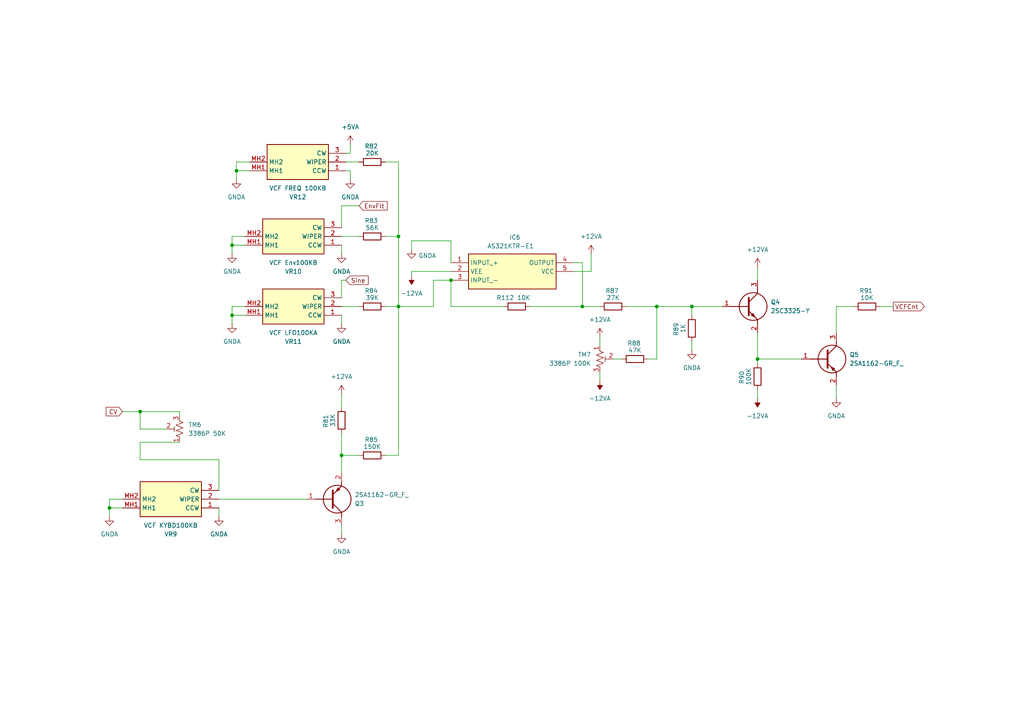
<source format=kicad_sch>
(kicad_sch (version 20250114) (generator "eeschema") (generator_version "9.0")
  (paper "A4")
  (lib_symbols
    (symbol "Device:R" (pin_numbers (hide yes)) (pin_names (offset 0))
      (property "Reference" "R" (at 2.032 0 90))
      (property "Value" "R" (at 0 0 90))
      (symbol "R_0_1"
        (rectangle (start -1.016 -2.54) (end 1.016 2.54) (stroke (width 0.254)))
      )
      (symbol "R_1_1"
        (pin passive line (at 0 3.81 270) (length 1.27) (name "~") (number "1"))
        (pin passive line (at 0 -3.81 90) (length 1.27) (name "~") (number "2"))
      )
    )
    (symbol "Device:R_Potentiometer_Trim_US" (pin_names (offset 1.016) (hide yes))
      (property "Reference" "RV" (at -4.445 0 90))
      (property "Value" "R_Potentiometer_Trim_US" (at -2.54 0 90))
      (symbol "R_Potentiometer_Trim_US_0_1"
        (polyline (pts (xy 0 2.286) (xy 0 2.54)))
        (polyline (pts (xy 0 2.286) (xy 1.016 1.905) (xy 0 1.524) (xy -1.016 1.143) (xy 0 0.762)))
        (polyline (pts (xy 0 0.762) (xy 1.016 0.381) (xy 0 0) (xy -1.016 -0.381) (xy 0 -0.762)))
        (polyline (pts (xy 0 -0.762) (xy 1.016 -1.143) (xy 0 -1.524) (xy -1.016 -1.905) (xy 0 -2.286)))
        (polyline (pts (xy 0 -2.286) (xy 0 -2.54)))
        (polyline (pts (xy 1.524 0.762) (xy 1.524 -0.762)))
        (polyline (pts (xy 2.54 0) (xy 1.524 0)))
      )
      (symbol "R_Potentiometer_Trim_US_1_1"
        (pin passive line (at 0 3.81 270) (length 1.27) (name "1") (number "1"))
        (pin passive line (at 0 -3.81 90) (length 1.27) (name "3") (number "3"))
        (pin passive line (at 3.81 0 180) (length 1.27) (name "2") (number "2"))
      )
    )
    (symbol "SamacSys_Parts:2SA1162-GR_F_" (pin_names (hide yes))
      (property "Reference" "Q" (at 13.97 1.27 0))
      (property "Value" "2SA1162-GR_F_" (at 13.97 -1.27 0))
      (symbol "2SA1162-GR_F__1_1"
        (polyline (pts (xy 2.54 0) (xy 7.62 0)) (stroke (width 0.254)))
        (polyline (pts (xy 7.62 2.54) (xy 7.62 -2.54)) (stroke (width 0.508)))
        (polyline (pts (xy 7.62 1.27) (xy 10.16 3.81)) (stroke (width 0.254)))
        (polyline (pts (xy 7.62 -1.27) (xy 10.16 -3.81)) (stroke (width 0.254)))
        (circle (center 8.89 0) (radius 4.016) (stroke (width 0.254)))
        (polyline (pts (xy 9.652 -2.794) (xy 9.144 -3.302) (xy 8.636 -2.286) (xy 9.652 -2.794)) (stroke (width 0.254)) (fill (type outline)))
        (polyline (pts (xy 10.16 3.81) (xy 10.16 5.08)) (stroke (width 0.254)))
        (polyline (pts (xy 10.16 -3.81) (xy 10.16 -5.08)) (stroke (width 0.254)))
        (pin passive line (at 0 0 0) (length 2.54) (name "B") (number "1"))
        (pin passive line (at 10.16 7.62 270) (length 2.54) (name "C") (number "3"))
        (pin passive line (at 10.16 -7.62 90) (length 2.54) (name "E") (number "2"))
      )
    )
    (symbol "SamacSys_Parts:2SC3325-Y" (pin_names (hide yes))
      (property "Reference" "Q" (at 13.97 1.27 0))
      (property "Value" "2SC3325-Y" (at 13.97 -1.27 0))
      (symbol "2SC3325-Y_1_1"
        (polyline (pts (xy 2.54 0) (xy 7.62 0)) (stroke (width 0.254)))
        (polyline (pts (xy 7.62 2.54) (xy 7.62 -2.54)) (stroke (width 0.508)))
        (polyline (pts (xy 7.62 1.27) (xy 10.16 3.81)) (stroke (width 0.254)))
        (polyline (pts (xy 7.62 -1.27) (xy 10.16 -3.81)) (stroke (width 0.254)))
        (polyline (pts (xy 8.382 -2.54) (xy 8.89 -2.032) (xy 9.398 -3.048) (xy 8.382 -2.54)) (stroke (width 0.254)) (fill (type outline)))
        (circle (center 8.89 0) (radius 4.016) (stroke (width 0.254)))
        (polyline (pts (xy 10.16 3.81) (xy 10.16 5.08)) (stroke (width 0.254)))
        (polyline (pts (xy 10.16 -3.81) (xy 10.16 -5.08)) (stroke (width 0.254)))
        (pin passive line (at 0 0 0) (length 2.54) (name "B") (number "1"))
        (pin passive line (at 10.16 7.62 270) (length 2.54) (name "C") (number "3"))
        (pin passive line (at 10.16 -7.62 90) (length 2.54) (name "E") (number "2"))
      )
    )
    (symbol "SamacSys_Parts:AS321KTR-E1"
      (property "Reference" "D" (at 31.75 7.62 0))
      (property "Value" "AS321KTR-E1" (at 31.75 5.08 0))
      (symbol "AS321KTR-E1_1_1"
        (rectangle (start 5.08 2.54) (end 30.48 -7.62) (stroke (width 0.254)) (fill (type background)))
        (pin passive line (at 0 0 0) (length 5.08) (name "INPUT_+") (number "1"))
        (pin passive line (at 0 -2.54 0) (length 5.08) (name "VEE") (number "2"))
        (pin passive line (at 0 -5.08 0) (length 5.08) (name "INPUT_-") (number "3"))
        (pin passive line (at 35.56 0 180) (length 5.08) (name "OUTPUT") (number "4"))
        (pin passive line (at 35.56 -2.54 180) (length 5.08) (name "VCC") (number "5"))
      )
    )
    (symbol "SamacSys_Parts:RK09D117000B"
      (property "Reference" "VR" (at 24.13 7.62 0))
      (property "Value" "RK09D117000B" (at 24.13 5.08 0))
      (symbol "RK09D117000B_1_1"
        (rectangle (start 5.08 2.54) (end 22.86 -7.62) (stroke (width 0.254)) (fill (type background)))
        (pin passive line (at 0 0 0) (length 5.08) (name "CCW") (number "1"))
        (pin passive line (at 0 -2.54 0) (length 5.08) (name "WIPER") (number "2"))
        (pin passive line (at 0 -5.08 0) (length 5.08) (name "CW") (number "3"))
        (pin passive line (at 27.94 0 180) (length 5.08) (name "MH1") (number "MH1"))
        (pin passive line (at 27.94 -2.54 180) (length 5.08) (name "MH2") (number "MH2"))
      )
    )
    (symbol "power:+12VA" (power) (pin_numbers (hide yes)) (pin_names (offset 0) (hide yes))
      (property "Value" "+12VA" (at 0 3.556 0))
      (symbol "+12VA_0_1"
        (polyline (pts (xy -0.762 1.27) (xy 0 2.54)))
        (polyline (pts (xy 0 2.54) (xy 0.762 1.27)))
        (polyline (pts (xy 0 0) (xy 0 2.54)))
      )
      (symbol "+12VA_1_1"
        (pin power_in line (at 0 0 90) (length 0) (name "~") (number "1"))
      )
    )
    (symbol "power:+5VA" (power) (pin_numbers (hide yes)) (pin_names (offset 0) (hide yes))
      (property "Value" "+5VA" (at 0 3.556 0))
      (symbol "+5VA_0_1"
        (polyline (pts (xy -0.762 1.27) (xy 0 2.54)))
        (polyline (pts (xy 0 2.54) (xy 0.762 1.27)))
        (polyline (pts (xy 0 0) (xy 0 2.54)))
      )
      (symbol "+5VA_1_1"
        (pin power_in line (at 0 0 90) (length 0) (name "~") (number "1"))
      )
    )
    (symbol "power:-12VA" (power) (pin_numbers (hide yes)) (pin_names (offset 0) (hide yes))
      (property "Value" "-12VA" (at 0 3.556 0))
      (symbol "-12VA_0_0"
        (pin power_in line (at 0 0 90) (length 0) (name "~") (number "1"))
      )
      (symbol "-12VA_0_1"
        (polyline (pts (xy 0 0) (xy 0 1.27) (xy 0.762 1.27) (xy 0 2.54) (xy -0.762 1.27) (xy 0 1.27)) (fill (type outline)))
      )
    )
    (symbol "power:GNDA" (power) (pin_numbers (hide yes)) (pin_names (offset 0) (hide yes))
      (property "Value" "GNDA" (at 0 -3.81 0))
      (symbol "GNDA_0_1"
        (polyline (pts (xy 0 0) (xy 0 -1.27) (xy 1.27 -1.27) (xy 0 -2.54) (xy -1.27 -1.27) (xy 0 -1.27)))
      )
      (symbol "GNDA_1_1"
        (pin power_in line (at 0 0 270) (length 0) (name "~") (number "1"))
      )
    )
  )
  (junction (at 219.71 104.14))
  (junction (at 168.91 88.9))
  (junction (at 115.57 88.9))
  (junction (at 31.75 147.32))
  (junction (at 67.31 91.44))
  (junction (at 190.5 88.9))
  (junction (at 200.66 88.9))
  (junction (at 115.57 68.58))
  (junction (at 130.81 81.28))
  (junction (at 40.64 119.38))
  (junction (at 68.58 49.53))
  (junction (at 99.06 132.08))
  (junction (at 67.31 71.12))
  (wire (pts (xy 130.81 78.74) (xy 119.38 78.74)))
  (wire (pts (xy 67.31 88.9) (xy 67.31 91.44)))
  (wire (pts (xy 101.6 44.45) (xy 100.33 44.45)))
  (wire (pts (xy 68.58 46.99) (xy 68.58 49.53)))
  (wire (pts (xy 200.66 88.9) (xy 200.66 91.44)))
  (wire (pts (xy 68.58 49.53) (xy 68.58 52.07)))
  (wire (pts (xy 190.5 104.14) (xy 190.5 88.9)))
  (wire (pts (xy 68.58 49.53) (xy 72.39 49.53)))
  (wire (pts (xy 190.5 88.9) (xy 200.66 88.9)))
  (wire (pts (xy 99.06 132.08) (xy 104.14 132.08)))
  (wire (pts (xy 111.76 68.58) (xy 115.57 68.58)))
  (wire (pts (xy 31.75 147.32) (xy 35.56 147.32)))
  (wire (pts (xy 99.06 152.4) (xy 99.06 154.94)))
  (wire (pts (xy 71.12 68.58) (xy 67.31 68.58)))
  (wire (pts (xy 63.5 144.78) (xy 88.9 144.78)))
  (wire (pts (xy 40.64 119.38) (xy 52.07 119.38)))
  (wire (pts (xy 119.38 69.85) (xy 119.38 72.39)))
  (wire (pts (xy 99.06 114.3) (xy 99.06 118.11)))
  (wire (pts (xy 168.91 88.9) (xy 173.99 88.9)))
  (wire (pts (xy 111.76 132.08) (xy 115.57 132.08)))
  (wire (pts (xy 146.05 88.9) (xy 130.81 88.9)))
  (wire (pts (xy 40.64 128.27) (xy 40.64 133.35)))
  (wire (pts (xy 67.31 71.12) (xy 67.31 73.66)))
  (wire (pts (xy 166.37 76.2) (xy 168.91 76.2)))
  (wire (pts (xy 130.81 69.85) (xy 130.81 76.2)))
  (wire (pts (xy 99.06 68.58) (xy 104.14 68.58)))
  (wire (pts (xy 219.71 113.03) (xy 219.71 115.57)))
  (wire (pts (xy 100.33 81.28) (xy 99.06 81.28)))
  (wire (pts (xy 125.73 81.28) (xy 130.81 81.28)))
  (wire (pts (xy 72.39 46.99) (xy 68.58 46.99)))
  (wire (pts (xy 100.33 49.53) (xy 101.6 49.53)))
  (wire (pts (xy 168.91 76.2) (xy 168.91 88.9)))
  (wire (pts (xy 52.07 120.65) (xy 52.07 119.38)))
  (wire (pts (xy 99.06 73.66) (xy 99.06 71.12)))
  (wire (pts (xy 115.57 88.9) (xy 125.73 88.9)))
  (wire (pts (xy 171.45 78.74) (xy 166.37 78.74)))
  (wire (pts (xy 48.26 124.46) (xy 40.64 124.46)))
  (wire (pts (xy 99.06 93.98) (xy 99.06 91.44)))
  (wire (pts (xy 99.06 132.08) (xy 99.06 137.16)))
  (wire (pts (xy 35.56 119.38) (xy 40.64 119.38)))
  (wire (pts (xy 255.27 88.9) (xy 259.08 88.9)))
  (wire (pts (xy 200.66 88.9) (xy 209.55 88.9)))
  (wire (pts (xy 190.5 88.9) (xy 181.61 88.9)))
  (wire (pts (xy 219.71 77.47) (xy 219.71 81.28)))
  (wire (pts (xy 187.96 104.14) (xy 190.5 104.14)))
  (wire (pts (xy 242.57 96.52) (xy 242.57 88.9)))
  (wire (pts (xy 99.06 59.69) (xy 104.14 59.69)))
  (wire (pts (xy 100.33 46.99) (xy 104.14 46.99)))
  (wire (pts (xy 173.99 107.95) (xy 173.99 110.49)))
  (wire (pts (xy 31.75 144.78) (xy 31.75 147.32)))
  (wire (pts (xy 130.81 88.9) (xy 130.81 81.28)))
  (wire (pts (xy 115.57 132.08) (xy 115.57 88.9)))
  (wire (pts (xy 173.99 97.79) (xy 173.99 100.33)))
  (wire (pts (xy 219.71 104.14) (xy 232.41 104.14)))
  (wire (pts (xy 71.12 88.9) (xy 67.31 88.9)))
  (wire (pts (xy 168.91 88.9) (xy 153.67 88.9)))
  (wire (pts (xy 67.31 68.58) (xy 67.31 71.12)))
  (wire (pts (xy 242.57 111.76) (xy 242.57 115.57)))
  (wire (pts (xy 219.71 96.52) (xy 219.71 104.14)))
  (wire (pts (xy 31.75 147.32) (xy 31.75 149.86)))
  (wire (pts (xy 177.8 104.14) (xy 180.34 104.14)))
  (wire (pts (xy 63.5 149.86) (xy 63.5 147.32)))
  (wire (pts (xy 99.06 59.69) (xy 99.06 66.04)))
  (wire (pts (xy 40.64 133.35) (xy 63.5 133.35)))
  (wire (pts (xy 101.6 49.53) (xy 101.6 52.07)))
  (wire (pts (xy 40.64 128.27) (xy 52.07 128.27)))
  (wire (pts (xy 111.76 46.99) (xy 115.57 46.99)))
  (wire (pts (xy 130.81 69.85) (xy 119.38 69.85)))
  (wire (pts (xy 119.38 78.74) (xy 119.38 80.01)))
  (wire (pts (xy 99.06 88.9) (xy 104.14 88.9)))
  (wire (pts (xy 40.64 124.46) (xy 40.64 119.38)))
  (wire (pts (xy 63.5 133.35) (xy 63.5 142.24)))
  (wire (pts (xy 219.71 104.14) (xy 219.71 105.41)))
  (wire (pts (xy 67.31 91.44) (xy 71.12 91.44)))
  (wire (pts (xy 67.31 91.44) (xy 67.31 93.98)))
  (wire (pts (xy 125.73 88.9) (xy 125.73 81.28)))
  (wire (pts (xy 99.06 81.28) (xy 99.06 86.36)))
  (wire (pts (xy 101.6 41.91) (xy 101.6 44.45)))
  (wire (pts (xy 242.57 88.9) (xy 247.65 88.9)))
  (wire (pts (xy 200.66 99.06) (xy 200.66 101.6)))
  (wire (pts (xy 35.56 144.78) (xy 31.75 144.78)))
  (wire (pts (xy 115.57 46.99) (xy 115.57 68.58)))
  (wire (pts (xy 115.57 68.58) (xy 115.57 88.9)))
  (wire (pts (xy 171.45 73.66) (xy 171.45 78.74)))
  (wire (pts (xy 99.06 125.73) (xy 99.06 132.08)))
  (wire (pts (xy 67.31 71.12) (xy 71.12 71.12)))
  (wire (pts (xy 111.76 88.9) (xy 115.57 88.9)))
  (global_label "VCFCnt" (shape output) (at 259.08 88.9 0) (property "Intersheetrefs" "${INTERSHEET_REFS}" (effects (hide yes))))
  (global_label "EnvFlt" (shape input) (at 104.14 59.69 0) (property "Intersheetrefs" "${INTERSHEET_REFS}" (effects (hide yes))))
  (global_label "Sine" (shape input) (at 100.33 81.28 0) (property "Intersheetrefs" "${INTERSHEET_REFS}" (effects (hide yes))))
  (global_label "CV" (shape input) (at 35.56 119.38 180) (property "Intersheetrefs" "${INTERSHEET_REFS}" (effects (hide yes))))
  (symbol (lib_id "power:GNDA") (at 99.06 93.98 0) (unit 1)
    (property "Reference" "#PWR0113" (effects (hide yes)))
    (property "Value" "GNDA" (at 99.06 99.06 0))
    (property "Description" "Power symbol creates a global label with name \"GNDA\" , analog ground" (effects (hide yes)))
  )
  (symbol (lib_id "power:GNDA") (at 99.06 73.66 0) (unit 1)
    (property "Reference" "#PWR0112" (effects (hide yes)))
    (property "Value" "GNDA" (at 99.06 78.74 0))
    (property "Description" "Power symbol creates a global label with name \"GNDA\" , analog ground" (effects (hide yes)))
  )
  (symbol (lib_id "Device:R_Potentiometer_Trim_US") (at 173.99 104.14 0) (unit 1)
    (property "Reference" "TM7" (at 171.45 102.8699 0) (effects (justify right)))
    (property "Value" "3386P 100K" (at 171.45 105.4099 0) (effects (justify right)))
    (property "Footprint" "Potentiometer_THT:Potentiometer_Bourns_3386P_Vertical" (effects (hide yes)))
    (property "Description" "Trim-potentiometer, US symbol" (effects (hide yes)))
  )
  (symbol (lib_id "Device:R") (at 251.46 88.9 90) (unit 1)
    (property "Reference" "R91" (at 251.206 84.328 90))
    (property "Value" "10K" (at 251.46 86.36 90))
    (property "Footprint" "Resistor_THT:R_Axial_DIN0207_L6.3mm_D2.5mm_P2.54mm_Vertical" (effects (hide yes)))
    (property "Description" "Resistor" (effects (hide yes)))
  )
  (symbol (lib_id "power:GNDA") (at 31.75 149.86 0) (unit 1)
    (property "Reference" "#PWR0107" (effects (hide yes)))
    (property "Value" "GNDA" (at 31.75 154.94 0))
    (property "Description" "Power symbol creates a global label with name \"GNDA\" , analog ground" (effects (hide yes)))
  )
  (symbol (lib_id "power:GNDA") (at 63.5 149.86 0) (unit 1)
    (property "Reference" "#PWR0108" (effects (hide yes)))
    (property "Value" "GNDA" (at 63.5 154.94 0))
    (property "Description" "Power symbol creates a global label with name \"GNDA\" , analog ground" (effects (hide yes)))
  )
  (symbol (lib_id "Device:R") (at 177.8 88.9 90) (unit 1)
    (property "Reference" "R87" (at 177.546 84.328 90))
    (property "Value" "27K" (at 177.8 86.36 90))
    (property "Footprint" "Resistor_THT:R_Axial_DIN0207_L6.3mm_D2.5mm_P2.54mm_Vertical" (effects (hide yes)))
    (property "Description" "Resistor" (effects (hide yes)))
  )
  (symbol (lib_id "SamacSys_Parts:RK09D117000B") (at 63.5 147.32 180) (unit 1)
    (property "Reference" "VR9" (at 49.53 154.94 0))
    (property "Value" "VCF KYBD100KB" (at 49.53 152.4 0))
    (property "Footprint" "SamacSys_parts:RK09D117000B" (effects (hide yes)))
    (property "Datasheet" "https://tech.alpsalpine.com/prod/j/html/potentiometer/rotarypotentiometers/rk09k/rk09d117000b.html" (effects (hide yes)))
    (property "Description" "9-inch insulated shaft snap-in type RK09K/RK09D series" (effects (hide yes)))
    (property "Height" "30" (effects (hide yes)))
    (property "Manufacturer_Name" "ALPS Electric" (effects (hide yes)))
    (property "Manufacturer_Part_Number" "RK09D117000B" (effects (hide yes)))
    (property "Mouser Part Number" "688-RK09D117000B" (effects (hide yes)))
    (property "Mouser Price/Stock" "https://www.mouser.co.uk/ProductDetail/Alps-Alpine/RK09D117000B?qs=3cOf6TWd2rbc67829PEbEQ%3D%3D" (effects (hide yes)))
  )
  (symbol (lib_id "Device:R") (at 200.66 95.25 180) (unit 1)
    (property "Reference" "R89" (at 196.088 95.504 90))
    (property "Value" "1K" (at 198.12 95.25 90))
    (property "Footprint" "Resistor_THT:R_Axial_DIN0207_L6.3mm_D2.5mm_P2.54mm_Vertical" (effects (hide yes)))
    (property "Description" "Resistor" (effects (hide yes)))
  )
  (symbol (lib_id "SamacSys_Parts:2SA1162-GR_F_") (at 232.41 104.14 0) (unit 1)
    (property "Reference" "Q5" (at 246.38 102.8699 0) (effects (justify left)))
    (property "Value" "2SA1162-GR_F_" (at 246.38 105.4099 0) (effects (justify left)))
    (property "Footprint" "SamacSys_parts:1SS294LFT" (effects (hide yes)))
    (property "Datasheet" "https://toshiba.semicon-storage.com/ap-en/product/bipolar-transistor/bipolar-transistor/detail.2SA1162.html" (effects (hide yes)))
    (property "Description" "Transistor Toshiba 2SA1162-GR(F) PNP Bipolar Transistor, 0.15 A, 50 V, 3-Pin SC-59" (effects (hide yes)))
    (property "Height" "1.4" (effects (hide yes)))
    (property "Manufacturer_Name" "Toshiba" (effects (hide yes)))
    (property "Manufacturer_Part_Number" "2SA1162-GR(F)" (effects (hide yes)))
  )
  (symbol (lib_id "power:-12VA") (at 219.71 115.57 180) (unit 1)
    (property "Reference" "#PWR0124" (effects (hide yes)))
    (property "Value" "-12VA" (at 219.71 120.65 0))
    (property "Description" "Power symbol creates a global label with name \"-12VA\"" (effects (hide yes)))
  )
  (symbol (lib_id "Device:R") (at 107.95 88.9 90) (unit 1)
    (property "Reference" "R84" (at 107.696 84.328 90))
    (property "Value" "39K" (at 107.95 86.36 90))
    (property "Footprint" "Resistor_THT:R_Axial_DIN0207_L6.3mm_D2.5mm_P2.54mm_Vertical" (effects (hide yes)))
    (property "Description" "Resistor" (effects (hide yes)))
  )
  (symbol (lib_id "SamacSys_Parts:RK09D117000B") (at 99.06 91.44 180) (unit 1)
    (property "Reference" "VR11" (at 85.09 99.06 0))
    (property "Value" "VCF LFO100KA" (at 85.09 96.52 0))
    (property "Footprint" "SamacSys_parts:RK09D117000B" (effects (hide yes)))
    (property "Datasheet" "https://tech.alpsalpine.com/prod/j/html/potentiometer/rotarypotentiometers/rk09k/rk09d117000b.html" (effects (hide yes)))
    (property "Description" "9-inch insulated shaft snap-in type RK09K/RK09D series" (effects (hide yes)))
    (property "Height" "30" (effects (hide yes)))
    (property "Manufacturer_Name" "ALPS Electric" (effects (hide yes)))
    (property "Manufacturer_Part_Number" "RK09D117000B" (effects (hide yes)))
    (property "Mouser Part Number" "688-RK09D117000B" (effects (hide yes)))
    (property "Mouser Price/Stock" "https://www.mouser.co.uk/ProductDetail/Alps-Alpine/RK09D117000B?qs=3cOf6TWd2rbc67829PEbEQ%3D%3D" (effects (hide yes)))
  )
  (symbol (lib_id "power:GNDA") (at 101.6 52.07 0) (unit 1)
    (property "Reference" "#PWR0117" (effects (hide yes)))
    (property "Value" "GNDA" (at 101.6 57.15 0))
    (property "Description" "Power symbol creates a global label with name \"GNDA\" , analog ground" (effects (hide yes)))
  )
  (symbol (lib_id "power:+12VA") (at 173.99 97.79 0) (unit 1)
    (property "Reference" "#PWR0120" (effects (hide yes)))
    (property "Value" "+12VA" (at 173.99 92.71 0))
    (property "Description" "Power symbol creates a global label with name \"+12VA\"" (effects (hide yes)))
  )
  (symbol (lib_id "Device:R") (at 149.86 88.9 90) (unit 1)
    (property "Reference" "R112" (at 146.558 86.36 90))
    (property "Value" "10K" (at 151.892 86.36 90))
    (property "Footprint" "Resistor_THT:R_Axial_DIN0207_L6.3mm_D2.5mm_P2.54mm_Vertical" (effects (hide yes)))
    (property "Description" "Resistor" (effects (hide yes)))
  )
  (symbol (lib_id "power:GNDA") (at 68.58 52.07 0) (unit 1)
    (property "Reference" "#PWR0111" (effects (hide yes)))
    (property "Value" "GNDA" (at 68.58 57.15 0))
    (property "Description" "Power symbol creates a global label with name \"GNDA\" , analog ground" (effects (hide yes)))
  )
  (symbol (lib_id "power:GNDA") (at 67.31 73.66 0) (unit 1)
    (property "Reference" "#PWR0109" (effects (hide yes)))
    (property "Value" "GNDA" (at 67.31 78.74 0))
    (property "Description" "Power symbol creates a global label with name \"GNDA\" , analog ground" (effects (hide yes)))
  )
  (symbol (lib_id "Device:R") (at 99.06 121.92 180) (unit 1)
    (property "Reference" "R81" (at 94.488 122.174 90))
    (property "Value" "33K" (at 96.52 121.92 90))
    (property "Footprint" "Resistor_THT:R_Axial_DIN0207_L6.3mm_D2.5mm_P2.54mm_Vertical" (effects (hide yes)))
    (property "Description" "Resistor" (effects (hide yes)))
  )
  (symbol (lib_id "power:+12VA") (at 99.06 114.3 0) (unit 1)
    (property "Reference" "#PWR0114" (effects (hide yes)))
    (property "Value" "+12VA" (at 99.06 109.22 0))
    (property "Description" "Power symbol creates a global label with name \"+12VA\"" (effects (hide yes)))
  )
  (symbol (lib_id "power:GNDA") (at 200.66 101.6 0) (unit 1)
    (property "Reference" "#PWR0122" (effects (hide yes)))
    (property "Value" "GNDA" (at 200.66 106.68 0))
    (property "Description" "Power symbol creates a global label with name \"GNDA\" , analog ground" (effects (hide yes)))
  )
  (symbol (lib_id "SamacSys_Parts:AS321KTR-E1") (at 130.81 76.2 0) (unit 1)
    (property "Reference" "IC6" (at 149.352 68.834 0))
    (property "Value" "AS321KTR-E1" (at 148.082 71.374 0))
    (property "Footprint" "SamacSys_parts:SOT95P282X145-5N" (effects (hide yes)))
    (property "Datasheet" "https://www.diodes.com//assets/Datasheets/AS321.pdf" (effects (hide yes)))
    (property "Description" "Excellent Phase Margin: 60 deg.  Large Voltage Gain: 100dB (Typical)  Low Input Bias Current: 20nA (Typical)  Low Input Offset Voltage: 2mV (Typical)  Low Supply Current: 0.35mA at VCC = 5V  Wide Power Supply Voltage:  Single Supply: 3V to 36V  Dual Supplies: +/-1.5V to +/-18V  Wide Input Common Mode Voltage Range: 0V to VCC-1.5V  Lead-Free Packages: SOT25  Totally Lead-Free; RoHS Compliant (Notes 1 & 2)  Lead-Free Packages, Available in Green Molding Compound: SOT25  Totally Lead-F" (effects (hide yes)))
    (property "Height" "1.45" (effects (hide yes)))
    (property "Manufacturer_Name" "Diodes Incorporated" (effects (hide yes)))
    (property "Manufacturer_Part_Number" "AS321KTR-E1" (effects (hide yes)))
    (property "Mouser Part Number" "621-AS321KTR-E1" (effects (hide yes)))
    (property "Mouser Price/Stock" "https://www.mouser.co.uk/ProductDetail/Diodes-Incorporated/AS321KTR-E1?qs=5V6w%252Be2aIqbJH6DETpx4Lw%3D%3D" (effects (hide yes)))
    (property "Arrow Part Number" "AS321KTR-E1" (effects (hide yes)))
    (property "Arrow Price/Stock" "https://www.arrow.com/en/products/as321ktr-e1/diodes-incorporated?region=nac" (effects (hide yes)))
  )
  (symbol (lib_id "Device:R") (at 107.95 68.58 90) (unit 1)
    (property "Reference" "R83" (at 107.696 64.008 90))
    (property "Value" "56K" (at 107.95 66.04 90))
    (property "Footprint" "Resistor_THT:R_Axial_DIN0207_L6.3mm_D2.5mm_P2.54mm_Vertical" (effects (hide yes)))
    (property "Description" "Resistor" (effects (hide yes)))
  )
  (symbol (lib_id "power:-12VA") (at 119.38 80.01 180) (unit 1)
    (property "Reference" "#PWR068" (effects (hide yes)))
    (property "Value" "-12VA" (at 119.38 85.09 0))
    (property "Description" "Power symbol creates a global label with name \"-12VA\"" (effects (hide yes)))
  )
  (symbol (lib_id "power:GNDA") (at 119.38 72.39 0) (unit 1)
    (property "Reference" "#PWR0148" (effects (hide yes)))
    (property "Value" "GNDA" (at 123.952 74.168 0))
    (property "Description" "Power symbol creates a global label with name \"GNDA\" , analog ground" (effects (hide yes)))
  )
  (symbol (lib_id "power:GNDA") (at 99.06 154.94 0) (unit 1)
    (property "Reference" "#PWR0115" (effects (hide yes)))
    (property "Value" "GNDA" (at 99.06 160.02 0))
    (property "Description" "Power symbol creates a global label with name \"GNDA\" , analog ground" (effects (hide yes)))
  )
  (symbol (lib_id "SamacSys_Parts:RK09D117000B") (at 100.33 49.53 180) (unit 1)
    (property "Reference" "VR12" (at 86.36 57.15 0))
    (property "Value" "VCF FREQ 100KB" (at 86.36 54.61 0))
    (property "Footprint" "SamacSys_parts:RK09D117000B" (effects (hide yes)))
    (property "Datasheet" "https://tech.alpsalpine.com/prod/j/html/potentiometer/rotarypotentiometers/rk09k/rk09d117000b.html" (effects (hide yes)))
    (property "Description" "9-inch insulated shaft snap-in type RK09K/RK09D series" (effects (hide yes)))
    (property "Height" "30" (effects (hide yes)))
    (property "Manufacturer_Name" "ALPS Electric" (effects (hide yes)))
    (property "Manufacturer_Part_Number" "RK09D117000B" (effects (hide yes)))
    (property "Mouser Part Number" "688-RK09D117000B" (effects (hide yes)))
    (property "Mouser Price/Stock" "https://www.mouser.co.uk/ProductDetail/Alps-Alpine/RK09D117000B?qs=3cOf6TWd2rbc67829PEbEQ%3D%3D" (effects (hide yes)))
  )
  (symbol (lib_id "Device:R") (at 107.95 46.99 90) (unit 1)
    (property "Reference" "R82" (at 107.696 42.418 90))
    (property "Value" "20K" (at 107.95 44.45 90))
    (property "Footprint" "Resistor_THT:R_Axial_DIN0207_L6.3mm_D2.5mm_P2.54mm_Vertical" (effects (hide yes)))
    (property "Description" "Resistor" (effects (hide yes)))
  )
  (symbol (lib_id "Device:R") (at 219.71 109.22 180) (unit 1)
    (property "Reference" "R90" (at 215.138 109.474 90))
    (property "Value" "100K" (at 217.17 109.22 90))
    (property "Footprint" "Resistor_THT:R_Axial_DIN0207_L6.3mm_D2.5mm_P2.54mm_Vertical" (effects (hide yes)))
    (property "Description" "Resistor" (effects (hide yes)))
  )
  (symbol (lib_id "SamacSys_Parts:RK09D117000B") (at 99.06 71.12 180) (unit 1)
    (property "Reference" "VR10" (at 85.09 78.74 0))
    (property "Value" "VCF Env100KB" (at 85.09 76.2 0))
    (property "Footprint" "SamacSys_parts:RK09D117000B" (effects (hide yes)))
    (property "Datasheet" "https://tech.alpsalpine.com/prod/j/html/potentiometer/rotarypotentiometers/rk09k/rk09d117000b.html" (effects (hide yes)))
    (property "Description" "9-inch insulated shaft snap-in type RK09K/RK09D series" (effects (hide yes)))
    (property "Height" "30" (effects (hide yes)))
    (property "Manufacturer_Name" "ALPS Electric" (effects (hide yes)))
    (property "Manufacturer_Part_Number" "RK09D117000B" (effects (hide yes)))
    (property "Mouser Part Number" "688-RK09D117000B" (effects (hide yes)))
    (property "Mouser Price/Stock" "https://www.mouser.co.uk/ProductDetail/Alps-Alpine/RK09D117000B?qs=3cOf6TWd2rbc67829PEbEQ%3D%3D" (effects (hide yes)))
  )
  (symbol (lib_id "Device:R") (at 184.15 104.14 90) (unit 1)
    (property "Reference" "R88" (at 183.896 99.568 90))
    (property "Value" "47K" (at 184.15 101.6 90))
    (property "Footprint" "Resistor_THT:R_Axial_DIN0207_L6.3mm_D2.5mm_P2.54mm_Vertical" (effects (hide yes)))
    (property "Description" "Resistor" (effects (hide yes)))
  )
  (symbol (lib_id "power:-12VA") (at 173.99 110.49 180) (unit 1)
    (property "Reference" "#PWR0121" (effects (hide yes)))
    (property "Value" "-12VA" (at 173.99 115.57 0))
    (property "Description" "Power symbol creates a global label with name \"-12VA\"" (effects (hide yes)))
  )
  (symbol (lib_id "power:+5VA") (at 101.6 41.91 0) (unit 1)
    (property "Reference" "#PWR0116" (effects (hide yes)))
    (property "Value" "+5VA" (at 101.6 36.83 0))
    (property "Description" "Power symbol creates a global label with name \"+5VA\"" (effects (hide yes)))
  )
  (symbol (lib_id "power:GNDA") (at 242.57 115.57 0) (unit 1)
    (property "Reference" "#PWR0125" (effects (hide yes)))
    (property "Value" "GNDA" (at 242.57 120.65 0))
    (property "Description" "Power symbol creates a global label with name \"GNDA\" , analog ground" (effects (hide yes)))
  )
  (symbol (lib_id "SamacSys_Parts:2SC3325-Y") (at 209.55 88.9 0) (unit 1)
    (property "Reference" "Q4" (at 223.52 87.6299 0) (effects (justify left)))
    (property "Value" "2SC3325-Y" (at 223.52 90.1699 0) (effects (justify left)))
    (property "Footprint" "SamacSys_parts:2SC3325YLF" (effects (hide yes)))
    (property "Datasheet" "https://toshiba.semicon-storage.com/info/docget.jsp?did=19247&prodName=2SC3325" (effects (hide yes)))
    (property "Description" "Transistor for low frequency small-signal amplification" (effects (hide yes)))
    (property "Height" "1" (effects (hide yes)))
    (property "Manufacturer_Name" "Toshiba" (effects (hide yes)))
    (property "Manufacturer_Part_Number" "2SC3325-Y" (effects (hide yes)))
  )
  (symbol (lib_id "power:GNDA") (at 67.31 93.98 0) (unit 1)
    (property "Reference" "#PWR0110" (effects (hide yes)))
    (property "Value" "GNDA" (at 67.31 99.06 0))
    (property "Description" "Power symbol creates a global label with name \"GNDA\" , analog ground" (effects (hide yes)))
  )
  (symbol (lib_id "Device:R") (at 107.95 132.08 90) (unit 1)
    (property "Reference" "R85" (at 107.696 127.508 90))
    (property "Value" "150K" (at 107.95 129.54 90))
    (property "Footprint" "Resistor_THT:R_Axial_DIN0207_L6.3mm_D2.5mm_P2.54mm_Vertical" (effects (hide yes)))
    (property "Description" "Resistor" (effects (hide yes)))
  )
  (symbol (lib_id "SamacSys_Parts:2SA1162-GR_F_") (at 88.9 144.78 0) (mirror x) (unit 1)
    (property "Reference" "Q3" (at 102.87 146.0501 0) (effects (justify left)))
    (property "Value" "2SA1162-GR_F_" (at 102.87 143.5101 0) (effects (justify left)))
    (property "Footprint" "SamacSys_parts:1SS294LFT" (effects (hide yes)))
    (property "Datasheet" "https://toshiba.semicon-storage.com/ap-en/product/bipolar-transistor/bipolar-transistor/detail.2SA1162.html" (effects (hide yes)))
    (property "Description" "Transistor Toshiba 2SA1162-GR(F) PNP Bipolar Transistor, 0.15 A, 50 V, 3-Pin SC-59" (effects (hide yes)))
    (property "Height" "1.4" (effects (hide yes)))
    (property "Manufacturer_Name" "Toshiba" (effects (hide yes)))
    (property "Manufacturer_Part_Number" "2SA1162-GR(F)" (effects (hide yes)))
  )
  (symbol (lib_id "power:+12VA") (at 171.45 73.66 0) (unit 1)
    (property "Reference" "#PWR0147" (effects (hide yes)))
    (property "Value" "+12VA" (at 171.45 68.58 0))
    (property "Description" "Power symbol creates a global label with name \"+12VA\"" (effects (hide yes)))
  )
  (symbol (lib_id "power:+12VA") (at 219.71 77.47 0) (unit 1)
    (property "Reference" "#PWR0123" (effects (hide yes)))
    (property "Value" "+12VA" (at 219.71 72.39 0))
    (property "Description" "Power symbol creates a global label with name \"+12VA\"" (effects (hide yes)))
  )
  (symbol (lib_id "Device:R_Potentiometer_Trim_US") (at 52.07 124.46 180) (unit 1)
    (property "Reference" "TM6" (at 54.61 123.1899 0) (effects (justify right)))
    (property "Value" "3386P 50K" (at 54.61 125.7299 0) (effects (justify right)))
    (property "Footprint" "Potentiometer_THT:Potentiometer_Bourns_3386P_Vertical" (effects (hide yes)))
    (property "Description" "Trim-potentiometer, US symbol" (effects (hide yes)))
  )
)
</source>
